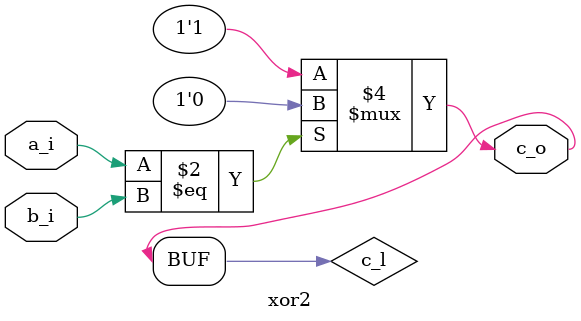
<source format=sv>
module xor2
  (input [0:0] a_i
  ,input [0:0] b_i
  ,output [0:0] c_o);

   // For Lab 2, you may use assign statements!
   // Your code here:

  logic [0:0] c_l;

  always_comb begin
    c_l = 1'b1;
    if (a_i == b_i) begin
      c_l = 1'b0; 
    end
  end

  assign c_o = c_l;

endmodule

</source>
